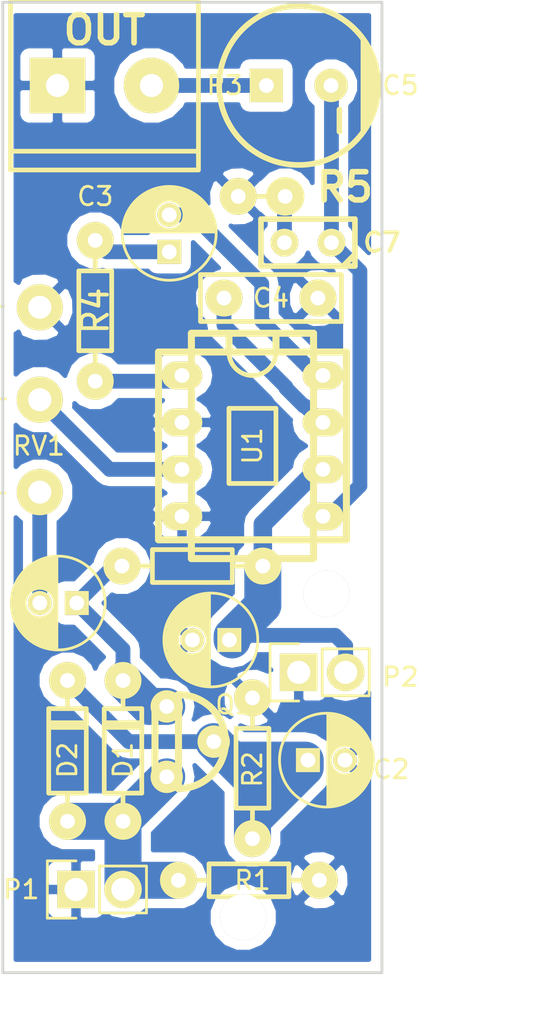
<source format=kicad_pcb>
(kicad_pcb (version 4) (host pcbnew 0.201603131216+6619~43~ubuntu14.04.1-product)

  (general
    (links 34)
    (no_connects 0)
    (area 100.073142 24.800999 142.333334 82.700001)
    (thickness 1.6)
    (drawings 6)
    (tracks 73)
    (zones 0)
    (modules 22)
    (nets 15)
  )

  (page A4)
  (layers
    (0 F.Cu signal hide)
    (31 B.Cu signal hide)
    (32 B.Adhes user)
    (33 F.Adhes user)
    (34 B.Paste user)
    (35 F.Paste user)
    (36 B.SilkS user)
    (37 F.SilkS user)
    (38 B.Mask user)
    (39 F.Mask user)
    (40 Dwgs.User user)
    (41 Cmts.User user)
    (42 Eco1.User user)
    (43 Eco2.User user)
    (44 Edge.Cuts user)
    (45 Margin user)
    (46 B.CrtYd user)
    (47 F.CrtYd user)
    (48 B.Fab user)
    (49 F.Fab user)
  )

  (setup
    (last_trace_width 0.8)
    (user_trace_width 0.25)
    (user_trace_width 0.5)
    (user_trace_width 0.8)
    (user_trace_width 1)
    (user_trace_width 2)
    (trace_clearance 0.5)
    (zone_clearance 0.508)
    (zone_45_only no)
    (trace_min 0.2)
    (segment_width 0.2)
    (edge_width 0.15)
    (via_size 0.6)
    (via_drill 0.4)
    (via_min_size 0.4)
    (via_min_drill 0.3)
    (uvia_size 0.3)
    (uvia_drill 0.1)
    (uvias_allowed no)
    (uvia_min_size 0.2)
    (uvia_min_drill 0.1)
    (pcb_text_width 0.3)
    (pcb_text_size 1 1)
    (mod_edge_width 0.15)
    (mod_text_size 1 1)
    (mod_text_width 0.15)
    (pad_size 2.5 2.5)
    (pad_drill 2.5)
    (pad_to_mask_clearance 0.2)
    (aux_axis_origin 0 0)
    (visible_elements FFFFEF7F)
    (pcbplotparams
      (layerselection 0x01000_fffffffe)
      (usegerberextensions false)
      (excludeedgelayer true)
      (linewidth 0.100000)
      (plotframeref false)
      (viasonmask false)
      (mode 1)
      (useauxorigin false)
      (hpglpennumber 1)
      (hpglpenspeed 20)
      (hpglpendiameter 15)
      (psnegative false)
      (psa4output false)
      (plotreference true)
      (plotvalue true)
      (plotinvisibletext false)
      (padsonsilk false)
      (subtractmaskfromsilk false)
      (outputformat 1)
      (mirror false)
      (drillshape 0)
      (scaleselection 1)
      (outputdirectory ""))
  )

  (net 0 "")
  (net 1 "Net-(C1-Pad1)")
  (net 2 "Net-(C1-Pad2)")
  (net 3 "Net-(C2-Pad1)")
  (net 4 "Net-(D1-Pad1)")
  (net 5 GND)
  (net 6 "Net-(C3-Pad1)")
  (net 7 "Net-(C3-Pad2)")
  (net 8 "Net-(C4-Pad1)")
  (net 9 "Net-(C5-Pad1)")
  (net 10 "Net-(C5-Pad2)")
  (net 11 VCC)
  (net 12 "Net-(RV1-Pad2)")
  (net 13 "Net-(R4-Pad1)")
  (net 14 "Net-(C7-Pad2)")

  (net_class Default "This is the default net class."
    (clearance 0.5)
    (trace_width 0.8)
    (via_dia 0.6)
    (via_drill 0.4)
    (uvia_dia 0.3)
    (uvia_drill 0.1)
    (add_net GND)
    (add_net "Net-(C1-Pad1)")
    (add_net "Net-(C1-Pad2)")
    (add_net "Net-(C2-Pad1)")
    (add_net "Net-(C3-Pad1)")
    (add_net "Net-(C3-Pad2)")
    (add_net "Net-(C4-Pad1)")
    (add_net "Net-(C5-Pad1)")
    (add_net "Net-(C5-Pad2)")
    (add_net "Net-(C7-Pad2)")
    (add_net "Net-(D1-Pad1)")
    (add_net "Net-(R4-Pad1)")
    (add_net "Net-(RV1-Pad2)")
    (add_net VCC)
  )

  (module w_pth_resistors:RC03 (layer F.Cu) (tedit 56E96FE9) (tstamp 56DFDD40)
    (at 123.31 73)
    (descr "Resistor, RC03")
    (tags R)
    (path /56DFC565)
    (autoplace_cost180 10)
    (fp_text reference R1 (at 0.19 0) (layer F.SilkS)
      (effects (font (size 1 1) (thickness 0.15)))
    )
    (fp_text value 3.9M (at 7.69 0) (layer F.Fab)
      (effects (font (size 1.397 1.27) (thickness 0.2032)))
    )
    (fp_line (start 2.159 0) (end 3.81 0) (layer F.SilkS) (width 0.254))
    (fp_line (start -2.159 0) (end -3.81 0) (layer F.SilkS) (width 0.254))
    (fp_line (start -2.159 -0.889) (end -2.159 0.889) (layer F.SilkS) (width 0.254))
    (fp_line (start -2.159 0.889) (end 2.159 0.889) (layer F.SilkS) (width 0.254))
    (fp_line (start 2.159 0.889) (end 2.159 -0.889) (layer F.SilkS) (width 0.254))
    (fp_line (start 2.159 -0.889) (end -2.159 -0.889) (layer F.SilkS) (width 0.254))
    (pad 1 thru_hole circle (at -3.81 0) (size 1.99898 1.99898) (drill 0.8) (layers *.Cu *.Mask F.SilkS)
      (net 4 "Net-(D1-Pad1)"))
    (pad 2 thru_hole circle (at 3.81 0) (size 1.99898 1.99898) (drill 0.8) (layers *.Cu *.Mask F.SilkS)
      (net 5 GND))
    (model walter/pth_resistors/rc03.wrl
      (at (xyz 0 0 0))
      (scale (xyz 1 1 1))
      (rotate (xyz 0 0 0))
    )
  )

  (module w_pth_resistors:RC03 (layer F.Cu) (tedit 56E96FD1) (tstamp 56DFDD5C)
    (at 120.25 56)
    (descr "Resistor, RC03")
    (tags R)
    (path /56DFD268)
    (autoplace_cost180 10)
    (fp_text reference R3 (at -11.75 0) (layer F.SilkS)
      (effects (font (size 1.397 1.27) (thickness 0.2032)))
    )
    (fp_text value 3.9k (at -15.25 0) (layer F.Fab)
      (effects (font (size 1.397 1.27) (thickness 0.2032)))
    )
    (fp_line (start 2.159 0) (end 3.81 0) (layer F.SilkS) (width 0.254))
    (fp_line (start -2.159 0) (end -3.81 0) (layer F.SilkS) (width 0.254))
    (fp_line (start -2.159 -0.889) (end -2.159 0.889) (layer F.SilkS) (width 0.254))
    (fp_line (start -2.159 0.889) (end 2.159 0.889) (layer F.SilkS) (width 0.254))
    (fp_line (start 2.159 0.889) (end 2.159 -0.889) (layer F.SilkS) (width 0.254))
    (fp_line (start 2.159 -0.889) (end -2.159 -0.889) (layer F.SilkS) (width 0.254))
    (pad 1 thru_hole circle (at -3.81 0) (size 1.99898 1.99898) (drill 0.8) (layers *.Cu *.Mask F.SilkS)
      (net 1 "Net-(C1-Pad1)"))
    (pad 2 thru_hole circle (at 3.81 0) (size 1.99898 1.99898) (drill 0.8) (layers *.Cu *.Mask F.SilkS)
      (net 11 VCC))
    (model walter/pth_resistors/rc03.wrl
      (at (xyz 0 0 0))
      (scale (xyz 1 1 1))
      (rotate (xyz 0 0 0))
    )
  )

  (module w_pth_resistors:RC03 (layer F.Cu) (tedit 56E96F94) (tstamp 56DFDD4E)
    (at 123.5 66.94 90)
    (descr "Resistor, RC03")
    (tags R)
    (path /56DFC541)
    (autoplace_cost180 10)
    (fp_text reference R2 (at -0.06 0 90) (layer F.SilkS)
      (effects (font (size 1 1) (thickness 0.15)))
    )
    (fp_text value 3.9k (at -2.56 -2 90) (layer F.Fab)
      (effects (font (size 1.397 1.27) (thickness 0.2032)))
    )
    (fp_line (start 2.159 0) (end 3.81 0) (layer F.SilkS) (width 0.254))
    (fp_line (start -2.159 0) (end -3.81 0) (layer F.SilkS) (width 0.254))
    (fp_line (start -2.159 -0.889) (end -2.159 0.889) (layer F.SilkS) (width 0.254))
    (fp_line (start -2.159 0.889) (end 2.159 0.889) (layer F.SilkS) (width 0.254))
    (fp_line (start 2.159 0.889) (end 2.159 -0.889) (layer F.SilkS) (width 0.254))
    (fp_line (start 2.159 -0.889) (end -2.159 -0.889) (layer F.SilkS) (width 0.254))
    (pad 1 thru_hole circle (at -3.81 0 90) (size 1.99898 1.99898) (drill 0.8) (layers *.Cu *.Mask F.SilkS)
      (net 3 "Net-(C2-Pad1)"))
    (pad 2 thru_hole circle (at 3.81 0 90) (size 1.99898 1.99898) (drill 0.8) (layers *.Cu *.Mask F.SilkS)
      (net 5 GND))
    (model walter/pth_resistors/rc03.wrl
      (at (xyz 0 0 0))
      (scale (xyz 1 1 1))
      (rotate (xyz 0 0 0))
    )
  )

  (module w_pth_resistors:RC03 (layer F.Cu) (tedit 56E96F0C) (tstamp 56E16A78)
    (at 115 42.19 90)
    (descr "Resistor, RC03")
    (tags R)
    (path /56E16B62)
    (autoplace_cost180 10)
    (fp_text reference R4 (at 0 0 90) (layer F.SilkS)
      (effects (font (size 1.397 1.27) (thickness 0.2032)))
    )
    (fp_text value 0 (at 0.19 2 90) (layer F.Fab)
      (effects (font (size 1.397 1.27) (thickness 0.2032)))
    )
    (fp_line (start 2.159 0) (end 3.81 0) (layer F.SilkS) (width 0.254))
    (fp_line (start -2.159 0) (end -3.81 0) (layer F.SilkS) (width 0.254))
    (fp_line (start -2.159 -0.889) (end -2.159 0.889) (layer F.SilkS) (width 0.254))
    (fp_line (start -2.159 0.889) (end 2.159 0.889) (layer F.SilkS) (width 0.254))
    (fp_line (start 2.159 0.889) (end 2.159 -0.889) (layer F.SilkS) (width 0.254))
    (fp_line (start 2.159 -0.889) (end -2.159 -0.889) (layer F.SilkS) (width 0.254))
    (pad 1 thru_hole circle (at -3.81 0 90) (size 1.99898 1.99898) (drill 0.8) (layers *.Cu *.Mask F.SilkS)
      (net 13 "Net-(R4-Pad1)"))
    (pad 2 thru_hole circle (at 3.81 0 90) (size 1.99898 1.99898) (drill 0.8) (layers *.Cu *.Mask F.SilkS)
      (net 6 "Net-(C3-Pad1)"))
    (model walter/pth_resistors/rc03.wrl
      (at (xyz 0 0 0))
      (scale (xyz 1 1 1))
      (rotate (xyz 0 0 0))
    )
  )

  (module w_capacitors:cnp_3mm_disc (layer F.Cu) (tedit 56E96EE3) (tstamp 56E1807F)
    (at 126.5 38.5 180)
    (descr "Small ceramic capacitor")
    (tags C)
    (path /56E18250)
    (fp_text reference C7 (at -4 0 180) (layer F.SilkS)
      (effects (font (size 1.016 1.016) (thickness 0.2032)))
    )
    (fp_text value 0.05u (at -7.5 0 180) (layer F.Fab)
      (effects (font (size 1.016 1.016) (thickness 0.2032)))
    )
    (fp_line (start -2.4892 -1.27) (end 2.54 -1.27) (layer F.SilkS) (width 0.3048))
    (fp_line (start 2.54 -1.27) (end 2.54 1.27) (layer F.SilkS) (width 0.3048))
    (fp_line (start 2.54 1.27) (end -2.54 1.27) (layer F.SilkS) (width 0.3048))
    (fp_line (start -2.54 1.27) (end -2.54 -1.27) (layer F.SilkS) (width 0.3048))
    (fp_line (start -2.54 -0.635) (end -1.905 -1.27) (layer F.SilkS) (width 0.3048))
    (pad 1 thru_hole circle (at -1.27 0 180) (size 1.50114 1.50114) (drill 0.8) (layers *.Cu *.Mask F.SilkS)
      (net 10 "Net-(C5-Pad2)"))
    (pad 2 thru_hole circle (at 1.27 0 180) (size 1.50114 1.50114) (drill 0.8) (layers *.Cu *.Mask F.SilkS)
      (net 14 "Net-(C7-Pad2)"))
    (model walter/capacitors/cnp_3mm_disc.wrl
      (at (xyz 0 0 0))
      (scale (xyz 1 1 1))
      (rotate (xyz 0 0 0))
    )
  )

  (module w_pth_circuits:dil_8-300_socket (layer F.Cu) (tedit 56E96F84) (tstamp 56E034BF)
    (at 123.5 49.5 270)
    (descr "IC, DIL8 x 0,3\", with socket")
    (tags DIL)
    (path /56E03595)
    (fp_text reference U1 (at 0 0 270) (layer F.SilkS)
      (effects (font (size 1 1) (thickness 0.15)))
    )
    (fp_text value LM386 (at -0.5 -8.5 270) (layer F.Fab) hide
      (effects (font (size 1.524 1.143) (thickness 0.28575)))
    )
    (fp_line (start 2.032 1.27) (end -2.032 1.27) (layer F.SilkS) (width 0.254))
    (fp_line (start -2.032 -1.27) (end 2.032 -1.27) (layer F.SilkS) (width 0.254))
    (fp_line (start 5.08 5.08) (end -5.08 5.08) (layer F.SilkS) (width 0.381))
    (fp_line (start -6.096 3.302) (end 6.096 3.302) (layer F.SilkS) (width 0.381))
    (fp_line (start 5.08 -5.08) (end -5.08 -5.08) (layer F.SilkS) (width 0.381))
    (fp_line (start -6.096 -3.302) (end 6.096 -3.302) (layer F.SilkS) (width 0.381))
    (fp_arc (start -5.08 0) (end -5.08 -1.27) (angle 90) (layer F.SilkS) (width 0.254))
    (fp_arc (start -5.08 0) (end -3.81 0) (angle 90) (layer F.SilkS) (width 0.254))
    (fp_line (start -5.08 1.27) (end -6.096 1.27) (layer F.SilkS) (width 0.381))
    (fp_line (start -5.08 -1.27) (end -6.096 -1.27) (layer F.SilkS) (width 0.381))
    (fp_line (start -2.032 -1.27) (end -2.032 1.27) (layer F.SilkS) (width 0.254))
    (fp_line (start 2.032 1.27) (end 2.032 -1.27) (layer F.SilkS) (width 0.254))
    (fp_line (start 5.08 -5.08) (end 5.08 5.08) (layer F.SilkS) (width 0.381))
    (fp_line (start -5.08 5.08) (end -5.08 -5.08) (layer F.SilkS) (width 0.381))
    (fp_line (start 6.096 -3.302) (end 6.096 3.302) (layer F.SilkS) (width 0.381))
    (fp_line (start -6.096 3.302) (end -6.096 -3.302) (layer F.SilkS) (width 0.381))
    (pad 1 thru_hole oval (at -3.81 3.81 270) (size 1.50114 2.19964) (drill 0.8) (layers *.Cu *.Mask F.SilkS)
      (net 13 "Net-(R4-Pad1)"))
    (pad 2 thru_hole oval (at -1.27 3.81 270) (size 1.50114 2.19964) (drill 0.8) (layers *.Cu *.Mask F.SilkS)
      (net 5 GND))
    (pad 3 thru_hole oval (at 1.27 3.81 270) (size 1.50114 2.19964) (drill 0.8) (layers *.Cu *.Mask F.SilkS)
      (net 12 "Net-(RV1-Pad2)"))
    (pad 4 thru_hole oval (at 3.81 3.81 270) (size 1.50114 2.19964) (drill 0.8) (layers *.Cu *.Mask F.SilkS)
      (net 5 GND))
    (pad 5 thru_hole oval (at 3.81 -3.81 270) (size 1.50114 2.19964) (drill 0.8) (layers *.Cu *.Mask F.SilkS)
      (net 10 "Net-(C5-Pad2)"))
    (pad 6 thru_hole oval (at 1.27 -3.81 270) (size 1.50114 2.19964) (drill 0.8) (layers *.Cu *.Mask F.SilkS)
      (net 11 VCC))
    (pad 7 thru_hole oval (at -1.27 -3.81 270) (size 1.50114 2.19964) (drill 0.8) (layers *.Cu *.Mask F.SilkS)
      (net 8 "Net-(C4-Pad1)"))
    (pad 8 thru_hole oval (at -3.81 -3.81 270) (size 1.50114 2.19964) (drill 0.8) (layers *.Cu *.Mask F.SilkS)
      (net 7 "Net-(C3-Pad2)"))
    (model walter/pth_circuits/dil_8-300_socket.wrl
      (at (xyz 0 0 0))
      (scale (xyz 1 1 1))
      (rotate (xyz 0 0 0))
    )
  )

  (module Mounting_Holes:MountingHole_2.5mm (layer F.Cu) (tedit 56E6A617) (tstamp 56E07A7F)
    (at 123 75)
    (descr "Mounting Hole 2.5mm, no annular")
    (tags "mounting hole 2.5mm no annular")
    (fp_text reference REF** (at 0 -3.5) (layer F.SilkS) hide
      (effects (font (size 1 1) (thickness 0.15)))
    )
    (fp_text value MountingHole_2.5mm (at 0 3.5) (layer F.Fab) hide
      (effects (font (size 1 1) (thickness 0.15)))
    )
    (fp_circle (center 0 0) (end 2.5 0) (layer Cmts.User) (width 0.15))
    (fp_circle (center 0 0) (end 2.75 0) (layer F.CrtYd) (width 0.05))
    (pad 1 thru_hole circle (at 0 0) (size 2.5 2.5) (drill 2.5) (layers *.Cu *.Mask F.SilkS))
  )

  (module w_pth_diodes:diode_do35 (layer F.Cu) (tedit 56E96F80) (tstamp 56DFDCE0)
    (at 116.5 66 90)
    (descr "Diode, DO-35 package")
    (path /56DFC3F2)
    (fp_text reference D1 (at -0.5 0 90) (layer F.SilkS)
      (effects (font (size 1 1) (thickness 0.15)))
    )
    (fp_text value D (at 0 -2.54 90) (layer F.SilkS) hide
      (effects (font (thickness 0.3048)))
    )
    (fp_line (start 1.524 1.016) (end 1.524 -1.016) (layer F.SilkS) (width 0.254))
    (fp_line (start 1.27 -1.016) (end 1.27 1.016) (layer F.SilkS) (width 0.254))
    (fp_line (start 3.81 0) (end 2.286 0) (layer F.SilkS) (width 0.254))
    (fp_line (start -2.286 0) (end -3.81 0) (layer F.SilkS) (width 0.254))
    (fp_line (start -2.286 -1.016) (end 2.286 -1.016) (layer F.SilkS) (width 0.254))
    (fp_line (start 2.286 -1.016) (end 2.286 1.016) (layer F.SilkS) (width 0.254))
    (fp_line (start 2.286 1.016) (end -2.286 1.016) (layer F.SilkS) (width 0.254))
    (fp_line (start -2.286 1.016) (end -2.286 -1.016) (layer F.SilkS) (width 0.254))
    (pad 1 thru_hole circle (at -3.81 0 90) (size 1.99898 1.99898) (drill 0.8) (layers *.Cu *.Mask F.SilkS)
      (net 4 "Net-(D1-Pad1)"))
    (pad 2 thru_hole circle (at 3.81 0 90) (size 1.99898 1.99898) (drill 0.8) (layers *.Cu *.Mask F.SilkS)
      (net 1 "Net-(C1-Pad1)"))
    (model walter/pth_diodes/diode_do35.wrl
      (at (xyz 0 0 0))
      (scale (xyz 1 1 1))
      (rotate (xyz 0 0 0))
    )
  )

  (module w_to:to92_3 (layer F.Cu) (tedit 56E96F79) (tstamp 56DFDD32)
    (at 119.5 65.5 270)
    (descr TO92)
    (path /56DFC3B4)
    (fp_text reference Q1 (at -2 -3 360) (layer F.SilkS)
      (effects (font (size 1 1) (thickness 0.15)))
    )
    (fp_text value 2N3819 (at 0 14.5 360) (layer F.SilkS) hide
      (effects (font (thickness 0.3048)))
    )
    (fp_line (start 2.54 0) (end -2.54 0) (layer F.SilkS) (width 0.381))
    (fp_line (start 2.54 0) (end 1.905 1.27) (layer F.SilkS) (width 0.381))
    (fp_line (start 1.905 1.27) (end -1.905 1.27) (layer F.SilkS) (width 0.381))
    (fp_line (start -1.905 1.27) (end -2.54 0) (layer F.SilkS) (width 0.381))
    (fp_arc (start 0 0) (end 0 -2.54) (angle 90) (layer F.SilkS) (width 0.381))
    (fp_arc (start 0 0) (end -2.54 0) (angle 90) (layer F.SilkS) (width 0.381))
    (pad 3 thru_hole circle (at 1.905 0.635 270) (size 1.75006 1.75006) (drill 0.8) (layers *.Cu *.Mask F.SilkS)
      (net 4 "Net-(D1-Pad1)"))
    (pad 2 thru_hole circle (at 0 -1.905 270) (size 1.75006 1.75006) (drill 0.8) (layers *.Cu *.Mask F.SilkS)
      (net 3 "Net-(C2-Pad1)"))
    (pad 1 thru_hole circle (at -1.905 0.635 270) (size 1.75006 1.75006) (drill 0.8) (layers *.Cu *.Mask F.SilkS)
      (net 1 "Net-(C1-Pad1)"))
    (model walter/to/to92_3.wrl
      (at (xyz 0 0 0))
      (scale (xyz 1 1 1))
      (rotate (xyz 0 0 0))
    )
  )

  (module Capacitors_ThroughHole:C_Radial_D5_L11_P2 (layer F.Cu) (tedit 0) (tstamp 56DFDCAA)
    (at 114 58 180)
    (descr "Radial Electrolytic Capacitor 5mm x Length 11mm, Pitch 2mm")
    (tags "Electrolytic Capacitor")
    (path /56DFCF96)
    (fp_text reference C1 (at 5.5 0.5 180) (layer F.SilkS)
      (effects (font (size 1 1) (thickness 0.15)))
    )
    (fp_text value 4.7u (at 8.5 0.5 180) (layer F.Fab)
      (effects (font (size 1 1) (thickness 0.15)))
    )
    (fp_line (start 1.075 -2.499) (end 1.075 2.499) (layer F.SilkS) (width 0.15))
    (fp_line (start 1.215 -2.491) (end 1.215 -0.154) (layer F.SilkS) (width 0.15))
    (fp_line (start 1.215 0.154) (end 1.215 2.491) (layer F.SilkS) (width 0.15))
    (fp_line (start 1.355 -2.475) (end 1.355 -0.473) (layer F.SilkS) (width 0.15))
    (fp_line (start 1.355 0.473) (end 1.355 2.475) (layer F.SilkS) (width 0.15))
    (fp_line (start 1.495 -2.451) (end 1.495 -0.62) (layer F.SilkS) (width 0.15))
    (fp_line (start 1.495 0.62) (end 1.495 2.451) (layer F.SilkS) (width 0.15))
    (fp_line (start 1.635 -2.418) (end 1.635 -0.712) (layer F.SilkS) (width 0.15))
    (fp_line (start 1.635 0.712) (end 1.635 2.418) (layer F.SilkS) (width 0.15))
    (fp_line (start 1.775 -2.377) (end 1.775 -0.768) (layer F.SilkS) (width 0.15))
    (fp_line (start 1.775 0.768) (end 1.775 2.377) (layer F.SilkS) (width 0.15))
    (fp_line (start 1.915 -2.327) (end 1.915 -0.795) (layer F.SilkS) (width 0.15))
    (fp_line (start 1.915 0.795) (end 1.915 2.327) (layer F.SilkS) (width 0.15))
    (fp_line (start 2.055 -2.266) (end 2.055 -0.798) (layer F.SilkS) (width 0.15))
    (fp_line (start 2.055 0.798) (end 2.055 2.266) (layer F.SilkS) (width 0.15))
    (fp_line (start 2.195 -2.196) (end 2.195 -0.776) (layer F.SilkS) (width 0.15))
    (fp_line (start 2.195 0.776) (end 2.195 2.196) (layer F.SilkS) (width 0.15))
    (fp_line (start 2.335 -2.114) (end 2.335 -0.726) (layer F.SilkS) (width 0.15))
    (fp_line (start 2.335 0.726) (end 2.335 2.114) (layer F.SilkS) (width 0.15))
    (fp_line (start 2.475 -2.019) (end 2.475 -0.644) (layer F.SilkS) (width 0.15))
    (fp_line (start 2.475 0.644) (end 2.475 2.019) (layer F.SilkS) (width 0.15))
    (fp_line (start 2.615 -1.908) (end 2.615 -0.512) (layer F.SilkS) (width 0.15))
    (fp_line (start 2.615 0.512) (end 2.615 1.908) (layer F.SilkS) (width 0.15))
    (fp_line (start 2.755 -1.78) (end 2.755 -0.265) (layer F.SilkS) (width 0.15))
    (fp_line (start 2.755 0.265) (end 2.755 1.78) (layer F.SilkS) (width 0.15))
    (fp_line (start 2.895 -1.631) (end 2.895 1.631) (layer F.SilkS) (width 0.15))
    (fp_line (start 3.035 -1.452) (end 3.035 1.452) (layer F.SilkS) (width 0.15))
    (fp_line (start 3.175 -1.233) (end 3.175 1.233) (layer F.SilkS) (width 0.15))
    (fp_line (start 3.315 -0.944) (end 3.315 0.944) (layer F.SilkS) (width 0.15))
    (fp_line (start 3.455 -0.472) (end 3.455 0.472) (layer F.SilkS) (width 0.15))
    (fp_circle (center 2 0) (end 2 -0.8) (layer F.SilkS) (width 0.15))
    (fp_circle (center 1 0) (end 1 -2.5375) (layer F.SilkS) (width 0.15))
    (fp_circle (center 1 0) (end 1 -2.8) (layer F.CrtYd) (width 0.05))
    (pad 1 thru_hole rect (at 0 0 180) (size 1.3 1.3) (drill 0.8) (layers *.Cu *.Mask F.SilkS)
      (net 1 "Net-(C1-Pad1)"))
    (pad 2 thru_hole circle (at 2 0 180) (size 1.3 1.3) (drill 0.8) (layers *.Cu *.Mask F.SilkS)
      (net 2 "Net-(C1-Pad2)"))
    (model Capacitors_ThroughHole.3dshapes/C_Radial_D5_L11_P2.wrl
      (at (xyz 0 0 0))
      (scale (xyz 1 1 1))
      (rotate (xyz 0 0 0))
    )
  )

  (module Capacitors_ThroughHole:C_Radial_D5_L11_P2 (layer F.Cu) (tedit 0) (tstamp 56DFDCD1)
    (at 126.5 66.5)
    (descr "Radial Electrolytic Capacitor 5mm x Length 11mm, Pitch 2mm")
    (tags "Electrolytic Capacitor")
    (path /56DFC591)
    (fp_text reference C2 (at 4.5 0.5) (layer F.SilkS)
      (effects (font (size 1 1) (thickness 0.15)))
    )
    (fp_text value 22u (at 7.5 0.5) (layer F.Fab)
      (effects (font (size 1 1) (thickness 0.15)))
    )
    (fp_line (start 1.075 -2.499) (end 1.075 2.499) (layer F.SilkS) (width 0.15))
    (fp_line (start 1.215 -2.491) (end 1.215 -0.154) (layer F.SilkS) (width 0.15))
    (fp_line (start 1.215 0.154) (end 1.215 2.491) (layer F.SilkS) (width 0.15))
    (fp_line (start 1.355 -2.475) (end 1.355 -0.473) (layer F.SilkS) (width 0.15))
    (fp_line (start 1.355 0.473) (end 1.355 2.475) (layer F.SilkS) (width 0.15))
    (fp_line (start 1.495 -2.451) (end 1.495 -0.62) (layer F.SilkS) (width 0.15))
    (fp_line (start 1.495 0.62) (end 1.495 2.451) (layer F.SilkS) (width 0.15))
    (fp_line (start 1.635 -2.418) (end 1.635 -0.712) (layer F.SilkS) (width 0.15))
    (fp_line (start 1.635 0.712) (end 1.635 2.418) (layer F.SilkS) (width 0.15))
    (fp_line (start 1.775 -2.377) (end 1.775 -0.768) (layer F.SilkS) (width 0.15))
    (fp_line (start 1.775 0.768) (end 1.775 2.377) (layer F.SilkS) (width 0.15))
    (fp_line (start 1.915 -2.327) (end 1.915 -0.795) (layer F.SilkS) (width 0.15))
    (fp_line (start 1.915 0.795) (end 1.915 2.327) (layer F.SilkS) (width 0.15))
    (fp_line (start 2.055 -2.266) (end 2.055 -0.798) (layer F.SilkS) (width 0.15))
    (fp_line (start 2.055 0.798) (end 2.055 2.266) (layer F.SilkS) (width 0.15))
    (fp_line (start 2.195 -2.196) (end 2.195 -0.776) (layer F.SilkS) (width 0.15))
    (fp_line (start 2.195 0.776) (end 2.195 2.196) (layer F.SilkS) (width 0.15))
    (fp_line (start 2.335 -2.114) (end 2.335 -0.726) (layer F.SilkS) (width 0.15))
    (fp_line (start 2.335 0.726) (end 2.335 2.114) (layer F.SilkS) (width 0.15))
    (fp_line (start 2.475 -2.019) (end 2.475 -0.644) (layer F.SilkS) (width 0.15))
    (fp_line (start 2.475 0.644) (end 2.475 2.019) (layer F.SilkS) (width 0.15))
    (fp_line (start 2.615 -1.908) (end 2.615 -0.512) (layer F.SilkS) (width 0.15))
    (fp_line (start 2.615 0.512) (end 2.615 1.908) (layer F.SilkS) (width 0.15))
    (fp_line (start 2.755 -1.78) (end 2.755 -0.265) (layer F.SilkS) (width 0.15))
    (fp_line (start 2.755 0.265) (end 2.755 1.78) (layer F.SilkS) (width 0.15))
    (fp_line (start 2.895 -1.631) (end 2.895 1.631) (layer F.SilkS) (width 0.15))
    (fp_line (start 3.035 -1.452) (end 3.035 1.452) (layer F.SilkS) (width 0.15))
    (fp_line (start 3.175 -1.233) (end 3.175 1.233) (layer F.SilkS) (width 0.15))
    (fp_line (start 3.315 -0.944) (end 3.315 0.944) (layer F.SilkS) (width 0.15))
    (fp_line (start 3.455 -0.472) (end 3.455 0.472) (layer F.SilkS) (width 0.15))
    (fp_circle (center 2 0) (end 2 -0.8) (layer F.SilkS) (width 0.15))
    (fp_circle (center 1 0) (end 1 -2.5375) (layer F.SilkS) (width 0.15))
    (fp_circle (center 1 0) (end 1 -2.8) (layer F.CrtYd) (width 0.05))
    (pad 1 thru_hole rect (at 0 0) (size 1.3 1.3) (drill 0.8) (layers *.Cu *.Mask F.SilkS)
      (net 3 "Net-(C2-Pad1)"))
    (pad 2 thru_hole circle (at 2 0) (size 1.3 1.3) (drill 0.8) (layers *.Cu *.Mask F.SilkS)
      (net 5 GND))
    (model Capacitors_ThroughHole.3dshapes/C_Radial_D5_L11_P2.wrl
      (at (xyz 0 0 0))
      (scale (xyz 1 1 1))
      (rotate (xyz 0 0 0))
    )
  )

  (module Pin_Headers:Pin_Header_Straight_1x02 (layer F.Cu) (tedit 56E1A1DD) (tstamp 56DFDD00)
    (at 113.96 73.5 90)
    (descr "Through hole pin header")
    (tags "pin header")
    (path /56DFC4A3)
    (fp_text reference P1 (at 0 -2.96 180) (layer F.SilkS)
      (effects (font (size 1 1) (thickness 0.15)))
    )
    (fp_text value PIEZO (at -3 1.04 180) (layer F.Fab)
      (effects (font (size 1 1) (thickness 0.15)))
    )
    (fp_line (start 1.27 1.27) (end 1.27 3.81) (layer F.SilkS) (width 0.15))
    (fp_line (start 1.55 -1.55) (end 1.55 0) (layer F.SilkS) (width 0.15))
    (fp_line (start -1.75 -1.75) (end -1.75 4.3) (layer F.CrtYd) (width 0.05))
    (fp_line (start 1.75 -1.75) (end 1.75 4.3) (layer F.CrtYd) (width 0.05))
    (fp_line (start -1.75 -1.75) (end 1.75 -1.75) (layer F.CrtYd) (width 0.05))
    (fp_line (start -1.75 4.3) (end 1.75 4.3) (layer F.CrtYd) (width 0.05))
    (fp_line (start 1.27 1.27) (end -1.27 1.27) (layer F.SilkS) (width 0.15))
    (fp_line (start -1.55 0) (end -1.55 -1.55) (layer F.SilkS) (width 0.15))
    (fp_line (start -1.55 -1.55) (end 1.55 -1.55) (layer F.SilkS) (width 0.15))
    (fp_line (start -1.27 1.27) (end -1.27 3.81) (layer F.SilkS) (width 0.15))
    (fp_line (start -1.27 3.81) (end 1.27 3.81) (layer F.SilkS) (width 0.15))
    (pad 1 thru_hole rect (at 0 0 90) (size 2.032 2.032) (drill 1.25) (layers *.Cu *.Mask F.SilkS)
      (net 5 GND))
    (pad 2 thru_hole oval (at 0 2.54 90) (size 2.032 2.032) (drill 1.25) (layers *.Cu *.Mask F.SilkS)
      (net 4 "Net-(D1-Pad1)"))
    (model Pin_Headers.3dshapes/Pin_Header_Straight_1x02.wrl
      (at (xyz 0 -0.05 0))
      (scale (xyz 1 1 1))
      (rotate (xyz 0 0 90))
    )
  )

  (module Pin_Headers:Pin_Header_Straight_1x02 (layer F.Cu) (tedit 56E1A1CD) (tstamp 56DFDD11)
    (at 126 61.75 90)
    (descr "Through hole pin header")
    (tags "pin header")
    (path /56DFCDCF)
    (fp_text reference P2 (at -0.25 5.5 180) (layer F.SilkS)
      (effects (font (size 1 1) (thickness 0.15)))
    )
    (fp_text value BATTERY (at -0.25 10.5 180) (layer F.Fab)
      (effects (font (size 1 1) (thickness 0.15)))
    )
    (fp_line (start 1.27 1.27) (end 1.27 3.81) (layer F.SilkS) (width 0.15))
    (fp_line (start 1.55 -1.55) (end 1.55 0) (layer F.SilkS) (width 0.15))
    (fp_line (start -1.75 -1.75) (end -1.75 4.3) (layer F.CrtYd) (width 0.05))
    (fp_line (start 1.75 -1.75) (end 1.75 4.3) (layer F.CrtYd) (width 0.05))
    (fp_line (start -1.75 -1.75) (end 1.75 -1.75) (layer F.CrtYd) (width 0.05))
    (fp_line (start -1.75 4.3) (end 1.75 4.3) (layer F.CrtYd) (width 0.05))
    (fp_line (start 1.27 1.27) (end -1.27 1.27) (layer F.SilkS) (width 0.15))
    (fp_line (start -1.55 0) (end -1.55 -1.55) (layer F.SilkS) (width 0.15))
    (fp_line (start -1.55 -1.55) (end 1.55 -1.55) (layer F.SilkS) (width 0.15))
    (fp_line (start -1.27 1.27) (end -1.27 3.81) (layer F.SilkS) (width 0.15))
    (fp_line (start -1.27 3.81) (end 1.27 3.81) (layer F.SilkS) (width 0.15))
    (pad 1 thru_hole rect (at 0 0 90) (size 2.032 2.032) (drill 1.25) (layers *.Cu *.Mask F.SilkS)
      (net 5 GND))
    (pad 2 thru_hole oval (at 0 2.54 90) (size 2.032 2.032) (drill 1.25) (layers *.Cu *.Mask F.SilkS)
      (net 11 VCC))
    (model Pin_Headers.3dshapes/Pin_Header_Straight_1x02.wrl
      (at (xyz 0 -0.05 0))
      (scale (xyz 1 1 1))
      (rotate (xyz 0 0 90))
    )
  )

  (module w_pth_diodes:diode_do35 (layer F.Cu) (tedit 56E96F7C) (tstamp 56DFDCEF)
    (at 113.5 66 90)
    (descr "Diode, DO-35 package")
    (path /56DFC45E)
    (fp_text reference D2 (at -0.5 0 90) (layer F.SilkS)
      (effects (font (size 1 1) (thickness 0.15)))
    )
    (fp_text value D (at 0 -2.54 90) (layer F.SilkS) hide
      (effects (font (thickness 0.3048)))
    )
    (fp_line (start 1.524 1.016) (end 1.524 -1.016) (layer F.SilkS) (width 0.254))
    (fp_line (start 1.27 -1.016) (end 1.27 1.016) (layer F.SilkS) (width 0.254))
    (fp_line (start 3.81 0) (end 2.286 0) (layer F.SilkS) (width 0.254))
    (fp_line (start -2.286 0) (end -3.81 0) (layer F.SilkS) (width 0.254))
    (fp_line (start -2.286 -1.016) (end 2.286 -1.016) (layer F.SilkS) (width 0.254))
    (fp_line (start 2.286 -1.016) (end 2.286 1.016) (layer F.SilkS) (width 0.254))
    (fp_line (start 2.286 1.016) (end -2.286 1.016) (layer F.SilkS) (width 0.254))
    (fp_line (start -2.286 1.016) (end -2.286 -1.016) (layer F.SilkS) (width 0.254))
    (pad 1 thru_hole circle (at -3.81 0 90) (size 1.99898 1.99898) (drill 0.8) (layers *.Cu *.Mask F.SilkS)
      (net 4 "Net-(D1-Pad1)"))
    (pad 2 thru_hole circle (at 3.81 0 90) (size 1.99898 1.99898) (drill 0.8) (layers *.Cu *.Mask F.SilkS)
      (net 3 "Net-(C2-Pad1)"))
    (model walter/pth_diodes/diode_do35.wrl
      (at (xyz 0 0 0))
      (scale (xyz 1 1 1))
      (rotate (xyz 0 0 0))
    )
  )

  (module Capacitors_ThroughHole:C_Radial_D5_L11_P2 (layer F.Cu) (tedit 0) (tstamp 56E03451)
    (at 119 39 90)
    (descr "Radial Electrolytic Capacitor 5mm x Length 11mm, Pitch 2mm")
    (tags "Electrolytic Capacitor")
    (path /56E02832)
    (fp_text reference C3 (at 3 -4 180) (layer F.SilkS)
      (effects (font (size 1 1) (thickness 0.15)))
    )
    (fp_text value 10u (at 3 -6.5 180) (layer F.Fab)
      (effects (font (size 1 1) (thickness 0.15)))
    )
    (fp_line (start 1.075 -2.499) (end 1.075 2.499) (layer F.SilkS) (width 0.15))
    (fp_line (start 1.215 -2.491) (end 1.215 -0.154) (layer F.SilkS) (width 0.15))
    (fp_line (start 1.215 0.154) (end 1.215 2.491) (layer F.SilkS) (width 0.15))
    (fp_line (start 1.355 -2.475) (end 1.355 -0.473) (layer F.SilkS) (width 0.15))
    (fp_line (start 1.355 0.473) (end 1.355 2.475) (layer F.SilkS) (width 0.15))
    (fp_line (start 1.495 -2.451) (end 1.495 -0.62) (layer F.SilkS) (width 0.15))
    (fp_line (start 1.495 0.62) (end 1.495 2.451) (layer F.SilkS) (width 0.15))
    (fp_line (start 1.635 -2.418) (end 1.635 -0.712) (layer F.SilkS) (width 0.15))
    (fp_line (start 1.635 0.712) (end 1.635 2.418) (layer F.SilkS) (width 0.15))
    (fp_line (start 1.775 -2.377) (end 1.775 -0.768) (layer F.SilkS) (width 0.15))
    (fp_line (start 1.775 0.768) (end 1.775 2.377) (layer F.SilkS) (width 0.15))
    (fp_line (start 1.915 -2.327) (end 1.915 -0.795) (layer F.SilkS) (width 0.15))
    (fp_line (start 1.915 0.795) (end 1.915 2.327) (layer F.SilkS) (width 0.15))
    (fp_line (start 2.055 -2.266) (end 2.055 -0.798) (layer F.SilkS) (width 0.15))
    (fp_line (start 2.055 0.798) (end 2.055 2.266) (layer F.SilkS) (width 0.15))
    (fp_line (start 2.195 -2.196) (end 2.195 -0.776) (layer F.SilkS) (width 0.15))
    (fp_line (start 2.195 0.776) (end 2.195 2.196) (layer F.SilkS) (width 0.15))
    (fp_line (start 2.335 -2.114) (end 2.335 -0.726) (layer F.SilkS) (width 0.15))
    (fp_line (start 2.335 0.726) (end 2.335 2.114) (layer F.SilkS) (width 0.15))
    (fp_line (start 2.475 -2.019) (end 2.475 -0.644) (layer F.SilkS) (width 0.15))
    (fp_line (start 2.475 0.644) (end 2.475 2.019) (layer F.SilkS) (width 0.15))
    (fp_line (start 2.615 -1.908) (end 2.615 -0.512) (layer F.SilkS) (width 0.15))
    (fp_line (start 2.615 0.512) (end 2.615 1.908) (layer F.SilkS) (width 0.15))
    (fp_line (start 2.755 -1.78) (end 2.755 -0.265) (layer F.SilkS) (width 0.15))
    (fp_line (start 2.755 0.265) (end 2.755 1.78) (layer F.SilkS) (width 0.15))
    (fp_line (start 2.895 -1.631) (end 2.895 1.631) (layer F.SilkS) (width 0.15))
    (fp_line (start 3.035 -1.452) (end 3.035 1.452) (layer F.SilkS) (width 0.15))
    (fp_line (start 3.175 -1.233) (end 3.175 1.233) (layer F.SilkS) (width 0.15))
    (fp_line (start 3.315 -0.944) (end 3.315 0.944) (layer F.SilkS) (width 0.15))
    (fp_line (start 3.455 -0.472) (end 3.455 0.472) (layer F.SilkS) (width 0.15))
    (fp_circle (center 2 0) (end 2 -0.8) (layer F.SilkS) (width 0.15))
    (fp_circle (center 1 0) (end 1 -2.5375) (layer F.SilkS) (width 0.15))
    (fp_circle (center 1 0) (end 1 -2.8) (layer F.CrtYd) (width 0.05))
    (pad 1 thru_hole rect (at 0 0 90) (size 1.3 1.3) (drill 0.8) (layers *.Cu *.Mask F.SilkS)
      (net 6 "Net-(C3-Pad1)"))
    (pad 2 thru_hole circle (at 2 0 90) (size 1.3 1.3) (drill 0.8) (layers *.Cu *.Mask F.SilkS)
      (net 7 "Net-(C3-Pad2)"))
    (model Capacitors_ThroughHole.3dshapes/C_Radial_D5_L11_P2.wrl
      (at (xyz 0 0 0))
      (scale (xyz 1 1 1))
      (rotate (xyz 0 0 0))
    )
  )

  (module w_capacitors:cnp_7x2mm (layer F.Cu) (tedit 56E96F24) (tstamp 56E0345B)
    (at 124.5 41.5)
    (descr "Capacitor non pol, 7x2,5mm")
    (path /56E0387C)
    (fp_text reference C4 (at 0 0) (layer F.SilkS)
      (effects (font (size 1 1) (thickness 0.15)))
    )
    (fp_text value 0.1u (at 7.5 0) (layer F.Fab)
      (effects (font (thickness 0.3048)))
    )
    (fp_line (start -3.81 -1.27) (end 3.81 -1.27) (layer F.SilkS) (width 0.254))
    (fp_line (start 3.81 -1.27) (end 3.81 1.27) (layer F.SilkS) (width 0.254))
    (fp_line (start 3.81 1.27) (end -3.81 1.27) (layer F.SilkS) (width 0.254))
    (fp_line (start -3.81 1.27) (end -3.81 -1.27) (layer F.SilkS) (width 0.254))
    (pad 1 thru_hole circle (at -2.54 0) (size 1.99898 1.99898) (drill 0.8) (layers *.Cu *.Mask F.SilkS)
      (net 8 "Net-(C4-Pad1)"))
    (pad 2 thru_hole circle (at 2.54 0) (size 1.99898 1.99898) (drill 0.8) (layers *.Cu *.Mask F.SilkS)
      (net 5 GND))
    (model walter/capacitors/cnp_7x2mm.wrl
      (at (xyz 0 0 0))
      (scale (xyz 1 1 1))
      (rotate (xyz 0 0 0))
    )
  )

  (module w_conn_screw:mors_2p (layer F.Cu) (tedit 56E16CC2) (tstamp 56E03491)
    (at 115.5 30)
    (descr "Terminal block 2 pins")
    (tags DEV)
    (path /56E03B35)
    (fp_text reference P3 (at 6.5 0) (layer F.SilkS)
      (effects (font (size 1 1) (thickness 0.15)))
    )
    (fp_text value OUT (at 0 -3) (layer F.SilkS)
      (effects (font (thickness 0.3048)))
    )
    (fp_line (start 5.08 -3.81) (end 5.08 -4.572) (layer F.SilkS) (width 0.254))
    (fp_line (start 5.08 -4.572) (end -5.08 -4.572) (layer F.SilkS) (width 0.254))
    (fp_line (start -5.08 -4.572) (end -5.08 -3.81) (layer F.SilkS) (width 0.254))
    (fp_line (start 5.08 4.572) (end -5.08 4.572) (layer F.SilkS) (width 0.254))
    (fp_line (start -5.08 4.572) (end -5.08 3.556) (layer F.SilkS) (width 0.254))
    (fp_line (start -5.08 3.556) (end 5.08 3.556) (layer F.SilkS) (width 0.254))
    (fp_line (start 5.08 3.556) (end 5.08 4.572) (layer F.SilkS) (width 0.254))
    (fp_line (start 5.08 3.81) (end 5.08 -3.81) (layer F.SilkS) (width 0.254))
    (fp_line (start -5.08 -3.81) (end -5.08 3.81) (layer F.SilkS) (width 0.254))
    (pad 1 thru_hole rect (at -2.54 0) (size 2.99974 2.99974) (drill 1.25) (layers *.Cu *.Mask F.SilkS)
      (net 5 GND))
    (pad 2 thru_hole circle (at 2.54 0) (size 2.99974 2.99974) (drill 1.25) (layers *.Cu *.Mask F.SilkS)
      (net 9 "Net-(C5-Pad1)"))
    (model walter/conn_screw/mors_2p.wrl
      (at (xyz 0 0 0))
      (scale (xyz 1 1 1))
      (rotate (xyz 0 0 0))
    )
  )

  (module Potentiometers:Potentiometer_WirePads (layer F.Cu) (tedit 56E97015) (tstamp 56E034A3)
    (at 112 52.00126 180)
    (descr "Potentiometer, Wire Pads only, RevA, 30 July 2010,")
    (tags "Potentiometer, Wire Pads only, RevA, 30 July 2010,")
    (path /56E02E98)
    (fp_text reference RV1 (at 0.0508 2.50126 180) (layer F.SilkS)
      (effects (font (size 1 1) (thickness 0.15)))
    )
    (fp_text value POT (at 8.5 5.00126 180) (layer F.Fab) hide
      (effects (font (size 1 1) (thickness 0.15)))
    )
    (fp_line (start 5.4991 10.05078) (end 1.95072 10.05078) (layer F.SilkS) (width 0.15))
    (fp_line (start 5.4991 8.30072) (end 5.4991 10.05078) (layer F.SilkS) (width 0.15))
    (fp_line (start 5.4991 1.7018) (end 5.4991 -0.04826) (layer F.SilkS) (width 0.15))
    (fp_line (start 5.4991 -0.04826) (end 1.89992 -0.04826) (layer F.SilkS) (width 0.15))
    (fp_line (start 4.09956 5.00126) (end 1.84912 5.05206) (layer F.SilkS) (width 0.15))
    (fp_line (start 4.09956 5.00126) (end 3.0988 5.95122) (layer F.SilkS) (width 0.15))
    (fp_line (start 4.09956 5.05206) (end 3.1496 4.0513) (layer F.SilkS) (width 0.15))
    (fp_line (start 4.09956 1.7018) (end 6.79958 1.7018) (layer F.SilkS) (width 0.15))
    (fp_line (start 6.79958 1.7018) (end 6.79958 8.30072) (layer F.SilkS) (width 0.15))
    (fp_line (start 6.79958 8.30072) (end 4.09956 8.30072) (layer F.SilkS) (width 0.15))
    (fp_line (start 4.09956 8.30072) (end 4.09956 1.7018) (layer F.SilkS) (width 0.15))
    (pad 2 thru_hole circle (at 0 5.00126 180) (size 2.49936 2.49936) (drill 1.25) (layers *.Cu *.Mask F.SilkS)
      (net 12 "Net-(RV1-Pad2)"))
    (pad 3 thru_hole circle (at 0 10.00252 180) (size 2.49936 2.49936) (drill 1.25) (layers *.Cu *.Mask F.SilkS)
      (net 5 GND))
    (pad 1 thru_hole circle (at 0 0 180) (size 2.49936 2.49936) (drill 1.25) (layers *.Cu *.Mask F.SilkS)
      (net 2 "Net-(C1-Pad2)"))
  )

  (module w_capacitors:CP_8x11.5mm (layer F.Cu) (tedit 56E96EF7) (tstamp 56E03482)
    (at 126 30 270)
    (descr "Capacitor, pol, cyl 8x11.5mm")
    (path /56E03C35)
    (fp_text reference C5 (at 0 -5.5 360) (layer F.SilkS)
      (effects (font (size 1 1) (thickness 0.15)))
    )
    (fp_text value 220u (at 0 -10 360) (layer F.Fab)
      (effects (font (thickness 0.3048)))
    )
    (fp_line (start -2.4 -3.5) (end 2.4 -3.5) (layer F.SilkS) (width 0.3048))
    (fp_circle (center 0 0) (end -4.3 0) (layer F.SilkS) (width 0.3048))
    (fp_line (start -1.8 -3.7) (end 1.8 -3.7) (layer F.SilkS) (width 0.3048))
    (fp_line (start -1.4 -3.9) (end 1.4 -3.9) (layer F.SilkS) (width 0.3048))
    (fp_line (start -0.8 -4.1) (end 0.9 -4.1) (layer F.SilkS) (width 0.3048))
    (fp_line (start 1.3 -2.2) (end 2.5 -2.2) (layer F.SilkS) (width 0.3))
    (pad 1 thru_hole rect (at 0 1.75 270) (size 1.8 1.8) (drill 0.8) (layers *.Cu *.Mask F.SilkS)
      (net 9 "Net-(C5-Pad1)"))
    (pad 2 thru_hole circle (at 0 -1.75 270) (size 1.8 1.8) (drill 0.8) (layers *.Cu *.Mask F.SilkS)
      (net 10 "Net-(C5-Pad2)"))
    (model walter/capacitors/cp_8x11.5mm.wrl
      (at (xyz 0 0 0))
      (scale (xyz 1 1 1))
      (rotate (xyz 0 0 0))
    )
  )

  (module Mounting_Holes:MountingHole_2.5mm (layer F.Cu) (tedit 56E6A612) (tstamp 56E07A6F)
    (at 127.5 57.5)
    (descr "Mounting Hole 2.5mm, no annular")
    (tags "mounting hole 2.5mm no annular")
    (fp_text reference REF** (at 4 -3) (layer F.SilkS) hide
      (effects (font (size 1 1) (thickness 0.15)))
    )
    (fp_text value MountingHole_2.5mm (at 0 3.5) (layer F.Fab) hide
      (effects (font (size 1 1) (thickness 0.15)))
    )
    (fp_circle (center 0 0) (end 2.5 0) (layer Cmts.User) (width 0.15))
    (fp_circle (center 0 0) (end 2.75 0) (layer F.CrtYd) (width 0.05))
    (pad 1 thru_hole circle (at 0 0) (size 2.5 2.5) (drill 2.5) (layers *.Cu *.Mask F.SilkS))
  )

  (module Capacitors_ThroughHole:C_Radial_D5_L11_P2 (layer F.Cu) (tedit 0) (tstamp 56E18074)
    (at 122.25 60 180)
    (descr "Radial Electrolytic Capacitor 5mm x Length 11mm, Pitch 2mm")
    (tags "Electrolytic Capacitor")
    (path /56E17F4F)
    (fp_text reference C6 (at 13.75 -0.5 180) (layer F.SilkS)
      (effects (font (size 1 1) (thickness 0.15)))
    )
    (fp_text value 22u (at 16.75 -0.5 180) (layer F.Fab)
      (effects (font (size 1 1) (thickness 0.15)))
    )
    (fp_line (start 1.075 -2.499) (end 1.075 2.499) (layer F.SilkS) (width 0.15))
    (fp_line (start 1.215 -2.491) (end 1.215 -0.154) (layer F.SilkS) (width 0.15))
    (fp_line (start 1.215 0.154) (end 1.215 2.491) (layer F.SilkS) (width 0.15))
    (fp_line (start 1.355 -2.475) (end 1.355 -0.473) (layer F.SilkS) (width 0.15))
    (fp_line (start 1.355 0.473) (end 1.355 2.475) (layer F.SilkS) (width 0.15))
    (fp_line (start 1.495 -2.451) (end 1.495 -0.62) (layer F.SilkS) (width 0.15))
    (fp_line (start 1.495 0.62) (end 1.495 2.451) (layer F.SilkS) (width 0.15))
    (fp_line (start 1.635 -2.418) (end 1.635 -0.712) (layer F.SilkS) (width 0.15))
    (fp_line (start 1.635 0.712) (end 1.635 2.418) (layer F.SilkS) (width 0.15))
    (fp_line (start 1.775 -2.377) (end 1.775 -0.768) (layer F.SilkS) (width 0.15))
    (fp_line (start 1.775 0.768) (end 1.775 2.377) (layer F.SilkS) (width 0.15))
    (fp_line (start 1.915 -2.327) (end 1.915 -0.795) (layer F.SilkS) (width 0.15))
    (fp_line (start 1.915 0.795) (end 1.915 2.327) (layer F.SilkS) (width 0.15))
    (fp_line (start 2.055 -2.266) (end 2.055 -0.798) (layer F.SilkS) (width 0.15))
    (fp_line (start 2.055 0.798) (end 2.055 2.266) (layer F.SilkS) (width 0.15))
    (fp_line (start 2.195 -2.196) (end 2.195 -0.776) (layer F.SilkS) (width 0.15))
    (fp_line (start 2.195 0.776) (end 2.195 2.196) (layer F.SilkS) (width 0.15))
    (fp_line (start 2.335 -2.114) (end 2.335 -0.726) (layer F.SilkS) (width 0.15))
    (fp_line (start 2.335 0.726) (end 2.335 2.114) (layer F.SilkS) (width 0.15))
    (fp_line (start 2.475 -2.019) (end 2.475 -0.644) (layer F.SilkS) (width 0.15))
    (fp_line (start 2.475 0.644) (end 2.475 2.019) (layer F.SilkS) (width 0.15))
    (fp_line (start 2.615 -1.908) (end 2.615 -0.512) (layer F.SilkS) (width 0.15))
    (fp_line (start 2.615 0.512) (end 2.615 1.908) (layer F.SilkS) (width 0.15))
    (fp_line (start 2.755 -1.78) (end 2.755 -0.265) (layer F.SilkS) (width 0.15))
    (fp_line (start 2.755 0.265) (end 2.755 1.78) (layer F.SilkS) (width 0.15))
    (fp_line (start 2.895 -1.631) (end 2.895 1.631) (layer F.SilkS) (width 0.15))
    (fp_line (start 3.035 -1.452) (end 3.035 1.452) (layer F.SilkS) (width 0.15))
    (fp_line (start 3.175 -1.233) (end 3.175 1.233) (layer F.SilkS) (width 0.15))
    (fp_line (start 3.315 -0.944) (end 3.315 0.944) (layer F.SilkS) (width 0.15))
    (fp_line (start 3.455 -0.472) (end 3.455 0.472) (layer F.SilkS) (width 0.15))
    (fp_circle (center 2 0) (end 2 -0.8) (layer F.SilkS) (width 0.15))
    (fp_circle (center 1 0) (end 1 -2.5375) (layer F.SilkS) (width 0.15))
    (fp_circle (center 1 0) (end 1 -2.8) (layer F.CrtYd) (width 0.05))
    (pad 1 thru_hole rect (at 0 0 180) (size 1.3 1.3) (drill 0.8) (layers *.Cu *.Mask F.SilkS)
      (net 11 VCC))
    (pad 2 thru_hole circle (at 2 0 180) (size 1.3 1.3) (drill 0.8) (layers *.Cu *.Mask F.SilkS)
      (net 5 GND))
    (model Capacitors_ThroughHole.3dshapes/C_Radial_D5_L11_P2.wrl
      (at (xyz 0 0 0))
      (scale (xyz 1 1 1))
      (rotate (xyz 0 0 0))
    )
  )

  (module w_pth_resistors:rc03_vert (layer F.Cu) (tedit 56E96F2A) (tstamp 56E1808B)
    (at 124 36 180)
    (descr "Resistor, RC03 vertical")
    (path /56E183D4)
    (fp_text reference R5 (at -4.5 0.5 180) (layer F.SilkS)
      (effects (font (thickness 0.3048)))
    )
    (fp_text value 10 (at -8.5 0.5 180) (layer F.Fab)
      (effects (font (thickness 0.3048)))
    )
    (fp_circle (center -1.27 0) (end -2.159 0) (layer F.SilkS) (width 0.3048))
    (fp_line (start -1.27 0) (end 1.27 0) (layer F.SilkS) (width 0.254))
    (pad 1 thru_hole circle (at -1.27 0 180) (size 1.99898 1.99898) (drill 0.8) (layers *.Cu *.Mask F.SilkS)
      (net 14 "Net-(C7-Pad2)"))
    (pad 2 thru_hole circle (at 1.27 0 180) (size 1.99898 1.99898) (drill 0.8) (layers *.Cu *.Mask F.SilkS)
      (net 5 GND))
    (model walter/pth_resistors/rc03vert.wrl
      (at (xyz 0 0 0))
      (scale (xyz 1 1 1))
      (rotate (xyz 0 0 0))
    )
  )

  (dimension 52.5 (width 0.25) (layer Cmts.User)
    (gr_text "52,500 mm" (at 138 51.75 270) (layer Cmts.User)
      (effects (font (size 1 1) (thickness 0.25)))
    )
    (feature1 (pts (xy 130.5 78) (xy 139 78)))
    (feature2 (pts (xy 130.5 25.5) (xy 139 25.5)))
    (crossbar (pts (xy 137 25.5) (xy 137 78)))
    (arrow1a (pts (xy 137 78) (xy 136.413579 76.873496)))
    (arrow1b (pts (xy 137 78) (xy 137.586421 76.873496)))
    (arrow2a (pts (xy 137 25.5) (xy 136.413579 26.626504)))
    (arrow2b (pts (xy 137 25.5) (xy 137.586421 26.626504)))
  )
  (dimension 20.5 (width 0.3) (layer Cmts.User)
    (gr_text "20,500 mm" (at 120.25 81.35) (layer Cmts.User)
      (effects (font (size 1.5 1.5) (thickness 0.3)))
    )
    (feature1 (pts (xy 130.5 78) (xy 130.5 82.7)))
    (feature2 (pts (xy 110 78) (xy 110 82.7)))
    (crossbar (pts (xy 110 80) (xy 130.5 80)))
    (arrow1a (pts (xy 130.5 80) (xy 129.373496 80.586421)))
    (arrow1b (pts (xy 130.5 80) (xy 129.373496 79.413579)))
    (arrow2a (pts (xy 110 80) (xy 111.126504 80.586421)))
    (arrow2b (pts (xy 110 80) (xy 111.126504 79.413579)))
  )
  (gr_line (start 110 25.5) (end 110 78) (layer Edge.Cuts) (width 0.15))
  (gr_line (start 130.5 25.5) (end 110 25.5) (layer Edge.Cuts) (width 0.15))
  (gr_line (start 130.5 78) (end 130.5 25.5) (layer Edge.Cuts) (width 0.15))
  (gr_line (start 110 78) (end 130.5 78) (layer Edge.Cuts) (width 0.15))

  (segment (start 118.865 63.595) (end 117.905 63.595) (width 2) (layer B.Cu) (net 1))
  (segment (start 117.905 63.595) (end 116.5 62.19) (width 2) (layer B.Cu) (net 1))
  (segment (start 116.44 56) (end 116 56) (width 0.8) (layer B.Cu) (net 1))
  (segment (start 116 56) (end 114 58) (width 0.8) (layer B.Cu) (net 1))
  (segment (start 116.5 62.19) (end 116.5 60.5) (width 0.8) (layer B.Cu) (net 1))
  (segment (start 116.5 60.5) (end 114 58) (width 0.8) (layer B.Cu) (net 1))
  (segment (start 116.69 62) (end 116.5 62.19) (width 1) (layer B.Cu) (net 1))
  (segment (start 116.5 61.5) (end 116.5 62.19) (width 1) (layer B.Cu) (net 1))
  (segment (start 118.865 63.595) (end 118.865 63.365) (width 1) (layer B.Cu) (net 1))
  (segment (start 112 58) (end 112 52.00126) (width 0.8) (layer B.Cu) (net 2))
  (segment (start 123.5 70.75) (end 123.5 69.75) (width 2) (layer B.Cu) (net 3))
  (segment (start 123.5 69.75) (end 126.349999 66.900001) (width 2) (layer B.Cu) (net 3))
  (segment (start 126.349999 66.900001) (end 126.349999 66.5) (width 2) (layer B.Cu) (net 3))
  (segment (start 126.349999 66.5) (end 122.405 66.5) (width 2) (layer B.Cu) (net 3))
  (segment (start 121.405 65.5) (end 122.405 66.5) (width 2) (layer B.Cu) (net 3))
  (segment (start 123.5 70.75) (end 123.5 67.595) (width 2) (layer B.Cu) (net 3))
  (segment (start 123.5 67.595) (end 121.405 65.5) (width 2) (layer B.Cu) (net 3))
  (segment (start 126.5 66.5) (end 122.405 66.5) (width 1) (layer B.Cu) (net 3))
  (segment (start 123.5 70.75) (end 123.5 67.75) (width 1) (layer B.Cu) (net 3))
  (segment (start 123.5 67.75) (end 124.75 66.5) (width 1) (layer B.Cu) (net 3))
  (segment (start 124.75 66.5) (end 126.5 66.5) (width 1) (layer B.Cu) (net 3))
  (segment (start 121.405 65.5) (end 116.81 65.5) (width 0.8) (layer B.Cu) (net 3))
  (segment (start 116.81 65.5) (end 114.499489 63.189489) (width 0.8) (layer B.Cu) (net 3))
  (segment (start 114.499489 63.189489) (end 113.5 62.19) (width 0.8) (layer B.Cu) (net 3))
  (segment (start 116.5 69.81) (end 116.5 69.77) (width 2) (layer B.Cu) (net 4))
  (segment (start 116.5 69.77) (end 118.865 67.405) (width 2) (layer B.Cu) (net 4))
  (segment (start 116.5 69.81) (end 113.5 69.81) (width 2) (layer B.Cu) (net 4))
  (segment (start 116.5 73.5) (end 116.5 69.81) (width 2) (layer B.Cu) (net 4))
  (segment (start 119.5 73) (end 117 73) (width 2) (layer B.Cu) (net 4))
  (segment (start 117 73) (end 116.5 73.5) (width 2) (layer B.Cu) (net 4))
  (segment (start 115 38.38) (end 115.62 39) (width 0.8) (layer B.Cu) (net 6))
  (segment (start 115.62 39) (end 118.541509 39) (width 0.8) (layer B.Cu) (net 6))
  (segment (start 118.541509 39) (end 118.770754 38.770755) (width 0.8) (layer B.Cu) (net 6))
  (segment (start 119 37) (end 120.271248 37) (width 0.8) (layer B.Cu) (net 7))
  (segment (start 120.271248 37) (end 124 40.728752) (width 0.8) (layer B.Cu) (net 7))
  (segment (start 124 42.72925) (end 126.96075 45.69) (width 0.8) (layer B.Cu) (net 7))
  (segment (start 124 40.728752) (end 124 42.72925) (width 0.8) (layer B.Cu) (net 7))
  (segment (start 126.96075 45.69) (end 127.31 45.69) (width 0.8) (layer B.Cu) (net 7))
  (segment (start 127.31 48.23) (end 127.23 48.23) (width 0.8) (layer B.Cu) (net 8))
  (segment (start 127.23 48.23) (end 126.34058 47.34058) (width 0.8) (layer B.Cu) (net 8))
  (segment (start 126.34058 47.34058) (end 126.277058 47.34058) (width 0.8) (layer B.Cu) (net 8))
  (segment (start 126.277058 47.34058) (end 125.31017 46.373692) (width 0.8) (layer B.Cu) (net 8))
  (segment (start 121.96 42.96) (end 121.96 42.913492) (width 0.8) (layer B.Cu) (net 8))
  (segment (start 125.31017 46.373692) (end 125.31017 46.31017) (width 0.8) (layer B.Cu) (net 8))
  (segment (start 125.31017 46.31017) (end 121.96 42.96) (width 0.8) (layer B.Cu) (net 8))
  (segment (start 121.96 42.913492) (end 121.96 41.5) (width 0.8) (layer B.Cu) (net 8))
  (segment (start 124.25 30) (end 118.04 30) (width 0.8) (layer B.Cu) (net 9))
  (segment (start 127.77 38.5) (end 127.77 30.02) (width 0.8) (layer B.Cu) (net 10))
  (segment (start 127.77 30.02) (end 127.75 30) (width 0.8) (layer B.Cu) (net 10))
  (segment (start 127.77 38.5) (end 129.30983 40.03983) (width 0.8) (layer B.Cu) (net 10))
  (segment (start 129.30983 40.03983) (end 129.30983 51.65942) (width 0.8) (layer B.Cu) (net 10))
  (segment (start 129.30983 51.65942) (end 127.65925 53.31) (width 0.8) (layer B.Cu) (net 10))
  (segment (start 127.65925 53.31) (end 127.31 53.31) (width 0.8) (layer B.Cu) (net 10))
  (segment (start 124.06 56) (end 124.06 58.130002) (width 2) (layer B.Cu) (net 11))
  (segment (start 124.06 58.130002) (end 122.400001 59.790001) (width 2) (layer B.Cu) (net 11))
  (segment (start 122.400001 59.790001) (end 122.400001 60) (width 2) (layer B.Cu) (net 11))
  (segment (start 127.31 50.77) (end 127.025057 50.77) (width 1) (layer B.Cu) (net 11))
  (segment (start 127.025057 50.77) (end 124.06 53.735057) (width 1) (layer B.Cu) (net 11))
  (segment (start 124.06 53.735057) (end 124.06 54.586508) (width 1) (layer B.Cu) (net 11))
  (segment (start 124.06 54.586508) (end 124.06 56) (width 1) (layer B.Cu) (net 11))
  (segment (start 124.06 56) (end 124.06 58.19) (width 1) (layer B.Cu) (net 11))
  (segment (start 124.06 58.19) (end 122.25 60) (width 1) (layer B.Cu) (net 11))
  (segment (start 122.25 59.75) (end 123.7 59.75) (width 0.8) (layer B.Cu) (net 11))
  (segment (start 126.96075 50.77) (end 127.31 50.77) (width 0.8) (layer B.Cu) (net 11))
  (segment (start 128.54 61.75) (end 128.54 60.31316) (width 0.8) (layer B.Cu) (net 11))
  (segment (start 128.54 60.31316) (end 127.97684 59.75) (width 0.8) (layer B.Cu) (net 11))
  (segment (start 127.97684 59.75) (end 123.7 59.75) (width 0.8) (layer B.Cu) (net 11))
  (segment (start 119.69 50.77) (end 115.77 50.77) (width 0.8) (layer B.Cu) (net 12))
  (segment (start 115.77 50.77) (end 112 47) (width 0.8) (layer B.Cu) (net 12))
  (segment (start 115 46) (end 119.38 46) (width 0.8) (layer B.Cu) (net 13))
  (segment (start 119.38 46) (end 119.69 45.69) (width 0.8) (layer B.Cu) (net 13))
  (segment (start 125.23 38.5) (end 125.23 36.04) (width 0.8) (layer B.Cu) (net 14))
  (segment (start 125.23 36.04) (end 125.27 36) (width 0.8) (layer B.Cu) (net 14))

  (zone (net 5) (net_name GND) (layer B.Cu) (tstamp 0) (hatch edge 0.508)
    (connect_pads (clearance 0.508))
    (min_thickness 0.254)
    (fill yes (arc_segments 16) (thermal_gap 0.508) (thermal_bridge_width 0.508))
    (polygon
      (pts
        (xy 110 25.5) (xy 130.5 25.5) (xy 130.5 78) (xy 110 78)
      )
    )
    (filled_polygon
      (pts
        (xy 129.79 39.056289) (xy 129.155639 38.421927) (xy 129.15581 38.225602) (xy 128.945314 37.716163) (xy 128.805 37.575604)
        (xy 128.805 31.115765) (xy 129.050551 30.870643) (xy 129.284733 30.30667) (xy 129.285265 29.696009) (xy 129.052068 29.131629)
        (xy 128.620643 28.699449) (xy 128.05667 28.465267) (xy 127.446009 28.464735) (xy 126.881629 28.697932) (xy 126.449449 29.129357)
        (xy 126.215267 29.69333) (xy 126.214735 30.303991) (xy 126.447932 30.868371) (xy 126.735 31.155941) (xy 126.735 35.265421)
        (xy 126.656462 35.075345) (xy 126.197073 34.615154) (xy 125.596547 34.365794) (xy 124.946306 34.365226) (xy 124.345345 34.613538)
        (xy 123.917599 35.040539) (xy 123.882163 35.027443) (xy 122.909605 36) (xy 123.882163 36.972557) (xy 123.918099 36.959276)
        (xy 124.195 37.236661) (xy 124.195 37.575411) (xy 124.056056 37.714113) (xy 123.844671 38.223184) (xy 123.84419 38.774398)
        (xy 124.054686 39.283837) (xy 124.444113 39.673944) (xy 124.953184 39.885329) (xy 125.504398 39.88581) (xy 126.013837 39.675314)
        (xy 126.403944 39.285887) (xy 126.499975 39.054619) (xy 126.594686 39.283837) (xy 126.984113 39.673944) (xy 127.493184 39.885329)
        (xy 127.691791 39.885502) (xy 127.871581 40.065293) (xy 127.304418 39.854599) (xy 126.654623 39.878659) (xy 126.166042 40.081035)
        (xy 126.067443 40.347837) (xy 127.04 41.320395) (xy 127.054142 41.306252) (xy 127.233748 41.485858) (xy 127.219605 41.5)
        (xy 128.192163 42.472557) (xy 128.27483 42.442007) (xy 128.27483 44.444216) (xy 128.223472 44.4099) (xy 127.693237 44.30443)
        (xy 127.038891 44.30443) (xy 125.386625 42.652163) (xy 126.067443 42.652163) (xy 126.166042 42.918965) (xy 126.775582 43.145401)
        (xy 127.425377 43.121341) (xy 127.913958 42.918965) (xy 128.012557 42.652163) (xy 127.04 41.679605) (xy 126.067443 42.652163)
        (xy 125.386625 42.652163) (xy 125.035 42.300538) (xy 125.035 41.235582) (xy 125.394599 41.235582) (xy 125.418659 41.885377)
        (xy 125.621035 42.373958) (xy 125.887837 42.472557) (xy 126.860395 41.5) (xy 125.887837 40.527443) (xy 125.621035 40.626042)
        (xy 125.394599 41.235582) (xy 125.035 41.235582) (xy 125.035 40.728757) (xy 125.035001 40.728752) (xy 124.956215 40.332675)
        (xy 124.803867 40.104669) (xy 124.731856 39.996896) (xy 124.731853 39.996894) (xy 122.32999 37.59503) (xy 122.465582 37.645401)
        (xy 123.115377 37.621341) (xy 123.603958 37.418965) (xy 123.702557 37.152163) (xy 122.73 36.179605) (xy 122.715858 36.193748)
        (xy 122.536252 36.014142) (xy 122.550395 36) (xy 121.577837 35.027443) (xy 121.311035 35.126042) (xy 121.084599 35.735582)
        (xy 121.10821 36.37325) (xy 121.003104 36.268144) (xy 120.667325 36.043785) (xy 120.271248 35.964999) (xy 120.271243 35.965)
        (xy 119.782486 35.965) (xy 119.728845 35.911265) (xy 119.256724 35.715223) (xy 118.745519 35.714777) (xy 118.273057 35.909995)
        (xy 117.911265 36.271155) (xy 117.715223 36.743276) (xy 117.714777 37.254481) (xy 117.909995 37.726943) (xy 118.001826 37.818935)
        (xy 117.892191 37.892191) (xy 117.843541 37.965) (xy 116.597047 37.965) (xy 116.386462 37.455345) (xy 115.927073 36.995154)
        (xy 115.326547 36.745794) (xy 114.676306 36.745226) (xy 114.075345 36.993538) (xy 113.615154 37.452927) (xy 113.365794 38.053453)
        (xy 113.365226 38.703694) (xy 113.613538 39.304655) (xy 114.072927 39.764846) (xy 114.673453 40.014206) (xy 115.323694 40.014774)
        (xy 115.38694 39.988641) (xy 115.62 40.035) (xy 117.843541 40.035) (xy 117.892191 40.107809) (xy 118.102235 40.248157)
        (xy 118.35 40.29744) (xy 119.65 40.29744) (xy 119.897765 40.248157) (xy 120.107809 40.107809) (xy 120.248157 39.897765)
        (xy 120.29744 39.65) (xy 120.29744 38.489904) (xy 121.672794 39.865258) (xy 121.636306 39.865226) (xy 121.035345 40.113538)
        (xy 120.575154 40.572927) (xy 120.325794 41.173453) (xy 120.325226 41.823694) (xy 120.573538 42.424655) (xy 120.925 42.776731)
        (xy 120.925 42.959995) (xy 120.924999 42.96) (xy 121.003785 43.356077) (xy 121.228144 43.691856) (xy 124.450402 46.914113)
        (xy 124.578314 47.105548) (xy 125.5452 48.072433) (xy 125.545202 48.072436) (xy 125.569328 48.088556) (xy 125.541193 48.23)
        (xy 125.646663 48.760235) (xy 125.947017 49.209746) (xy 126.381412 49.5) (xy 125.947017 49.790254) (xy 125.646663 50.239765)
        (xy 125.571304 50.618621) (xy 123.257434 52.932491) (xy 123.011397 53.300711) (xy 122.925 53.735057) (xy 122.925 54.823516)
        (xy 122.90606 54.842423) (xy 122.90388 54.84388) (xy 122.902436 54.846041) (xy 122.675154 55.072927) (xy 122.550912 55.372136)
        (xy 122.549457 55.374313) (xy 122.548951 55.376859) (xy 122.425794 55.673453) (xy 122.425511 55.997431) (xy 122.425 56)
        (xy 122.425 57.452762) (xy 121.243881 58.633881) (xy 120.959419 59.059609) (xy 120.913729 58.870389) (xy 120.430922 58.702378)
        (xy 119.920572 58.731917) (xy 119.586271 58.870389) (xy 119.53059 59.100984) (xy 120.25 59.820395) (xy 120.264142 59.806252)
        (xy 120.443748 59.985858) (xy 120.429605 60) (xy 120.443748 60.014142) (xy 120.264142 60.193748) (xy 120.25 60.179605)
        (xy 119.53059 60.899016) (xy 119.586271 61.129611) (xy 120.069078 61.297622) (xy 120.579428 61.268083) (xy 120.913729 61.129611)
        (xy 120.96941 60.899018) (xy 121.069677 60.999285) (xy 121.142191 61.107809) (xy 121.352235 61.248157) (xy 121.394082 61.256481)
        (xy 121.774314 61.510543) (xy 122.400001 61.635) (xy 123.025688 61.510543) (xy 123.556121 61.15612) (xy 123.804095 60.785)
        (xy 124.349 60.785) (xy 124.349 61.46425) (xy 124.507748 61.622998) (xy 124.349 61.622998) (xy 124.349 61.701763)
        (xy 123.764418 61.484599) (xy 123.114623 61.508659) (xy 122.626042 61.711035) (xy 122.527443 61.977837) (xy 123.5 62.950395)
        (xy 123.514142 62.936252) (xy 123.693748 63.115858) (xy 123.679605 63.13) (xy 124.652163 64.102557) (xy 124.918965 64.003958)
        (xy 125.142956 63.401) (xy 125.71425 63.401) (xy 125.873 63.24225) (xy 125.873 61.877) (xy 125.853 61.877)
        (xy 125.853 61.623) (xy 125.873 61.623) (xy 125.873 61.603) (xy 126.127 61.603) (xy 126.127 61.623)
        (xy 126.147 61.623) (xy 126.147 61.877) (xy 126.127 61.877) (xy 126.127 63.24225) (xy 126.28575 63.401)
        (xy 127.14231 63.401) (xy 127.375699 63.304327) (xy 127.554327 63.125698) (xy 127.571999 63.083034) (xy 127.90819 63.30767)
        (xy 128.54 63.433345) (xy 129.17181 63.30767) (xy 129.707433 62.949778) (xy 129.79 62.826208) (xy 129.79 66.549235)
        (xy 129.768083 66.170572) (xy 129.629611 65.836271) (xy 129.399016 65.78059) (xy 128.679605 66.5) (xy 129.399016 67.21941)
        (xy 129.629611 67.163729) (xy 129.79 66.702825) (xy 129.79 77.29) (xy 110.71 77.29) (xy 110.71 75.373305)
        (xy 121.114674 75.373305) (xy 121.401043 76.066372) (xy 121.930839 76.597093) (xy 122.623405 76.884672) (xy 123.373305 76.885326)
        (xy 124.066372 76.598957) (xy 124.597093 76.069161) (xy 124.884672 75.376595) (xy 124.885326 74.626695) (xy 124.689254 74.152163)
        (xy 126.147443 74.152163) (xy 126.246042 74.418965) (xy 126.855582 74.645401) (xy 127.505377 74.621341) (xy 127.993958 74.418965)
        (xy 128.092557 74.152163) (xy 127.12 73.179605) (xy 126.147443 74.152163) (xy 124.689254 74.152163) (xy 124.598957 73.933628)
        (xy 124.069161 73.402907) (xy 123.376595 73.115328) (xy 122.626695 73.114674) (xy 121.933628 73.401043) (xy 121.402907 73.930839)
        (xy 121.115328 74.623405) (xy 121.114674 75.373305) (xy 110.71 75.373305) (xy 110.71 73.78575) (xy 112.309 73.78575)
        (xy 112.309 74.642309) (xy 112.405673 74.875698) (xy 112.584301 75.054327) (xy 112.81769 75.151) (xy 113.67425 75.151)
        (xy 113.833 74.99225) (xy 113.833 73.627) (xy 112.46775 73.627) (xy 112.309 73.78575) (xy 110.71 73.78575)
        (xy 110.71 72.357691) (xy 112.309 72.357691) (xy 112.309 73.21425) (xy 112.46775 73.373) (xy 113.833 73.373)
        (xy 113.833 72.00775) (xy 113.67425 71.849) (xy 112.81769 71.849) (xy 112.584301 71.945673) (xy 112.405673 72.124302)
        (xy 112.309 72.357691) (xy 110.71 72.357691) (xy 110.71 53.376675) (xy 110.931021 53.598082) (xy 110.965 53.612191)
        (xy 110.965 57.217514) (xy 110.911265 57.271155) (xy 110.715223 57.743276) (xy 110.714777 58.254481) (xy 110.909995 58.726943)
        (xy 111.271155 59.088735) (xy 111.743276 59.284777) (xy 112.254481 59.285223) (xy 112.726943 59.090005) (xy 112.818935 58.998174)
        (xy 112.892191 59.107809) (xy 113.102235 59.248157) (xy 113.35 59.29744) (xy 113.833728 59.29744) (xy 115.457483 60.921194)
        (xy 115.34606 61.032423) (xy 115.34388 61.03388) (xy 115.342436 61.036041) (xy 115.115154 61.262927) (xy 115.000025 61.540189)
        (xy 114.886462 61.265345) (xy 114.427073 60.805154) (xy 113.826547 60.555794) (xy 113.176306 60.555226) (xy 112.575345 60.803538)
        (xy 112.115154 61.262927) (xy 111.865794 61.863453) (xy 111.865226 62.513694) (xy 112.113538 63.114655) (xy 112.572927 63.574846)
        (xy 113.173453 63.824206) (xy 113.670929 63.824641) (xy 113.767631 63.921342) (xy 113.767633 63.921345) (xy 116.078144 66.231856)
        (xy 116.413923 66.456215) (xy 116.81 66.535001) (xy 116.810005 66.535) (xy 117.42276 66.535) (xy 115.78276 68.175)
        (xy 113.5 68.175) (xy 113.497454 68.175507) (xy 113.176306 68.175226) (xy 112.87688 68.298946) (xy 112.874313 68.299457)
        (xy 112.872156 68.300898) (xy 112.575345 68.423538) (xy 112.34606 68.652423) (xy 112.34388 68.65388) (xy 112.342436 68.656041)
        (xy 112.115154 68.882927) (xy 111.990912 69.182136) (xy 111.989457 69.184313) (xy 111.988951 69.186859) (xy 111.865794 69.483453)
        (xy 111.865511 69.807431) (xy 111.865 69.81) (xy 111.865507 69.812546) (xy 111.865226 70.133694) (xy 111.988946 70.43312)
        (xy 111.989457 70.435687) (xy 111.990898 70.437844) (xy 112.113538 70.734655) (xy 112.342423 70.96394) (xy 112.34388 70.96612)
        (xy 112.346041 70.967564) (xy 112.572927 71.194846) (xy 112.872136 71.319088) (xy 112.874313 71.320543) (xy 112.876859 71.321049)
        (xy 113.173453 71.444206) (xy 113.497431 71.444489) (xy 113.5 71.445) (xy 114.865 71.445) (xy 114.865 71.849)
        (xy 114.24575 71.849) (xy 114.087 72.00775) (xy 114.087 73.373) (xy 114.107 73.373) (xy 114.107 73.627)
        (xy 114.087 73.627) (xy 114.087 74.99225) (xy 114.24575 75.151) (xy 115.10231 75.151) (xy 115.335699 75.054327)
        (xy 115.514327 74.875698) (xy 115.531999 74.833034) (xy 115.86819 75.05767) (xy 116.5 75.183345) (xy 117.13181 75.05767)
        (xy 117.667433 74.699778) (xy 117.710716 74.635) (xy 119.5 74.635) (xy 119.502546 74.634493) (xy 119.823694 74.634774)
        (xy 120.12312 74.511054) (xy 120.125687 74.510543) (xy 120.127844 74.509102) (xy 120.424655 74.386462) (xy 120.65394 74.157577)
        (xy 120.65612 74.15612) (xy 120.657564 74.153959) (xy 120.884846 73.927073) (xy 121.009088 73.627864) (xy 121.010543 73.625687)
        (xy 121.011049 73.623141) (xy 121.134206 73.326547) (xy 121.134489 73.002569) (xy 121.135 73) (xy 121.134493 72.997454)
        (xy 121.134722 72.735582) (xy 125.474599 72.735582) (xy 125.498659 73.385377) (xy 125.701035 73.873958) (xy 125.967837 73.972557)
        (xy 126.940395 73) (xy 127.299605 73) (xy 128.272163 73.972557) (xy 128.538965 73.873958) (xy 128.765401 73.264418)
        (xy 128.741341 72.614623) (xy 128.538965 72.126042) (xy 128.272163 72.027443) (xy 127.299605 73) (xy 126.940395 73)
        (xy 125.967837 72.027443) (xy 125.701035 72.126042) (xy 125.474599 72.735582) (xy 121.134722 72.735582) (xy 121.134774 72.676306)
        (xy 121.011054 72.37688) (xy 121.010543 72.374313) (xy 121.009102 72.372156) (xy 120.886462 72.075345) (xy 120.657577 71.84606)
        (xy 120.65612 71.84388) (xy 120.653959 71.842436) (xy 120.427073 71.615154) (xy 120.127864 71.490912) (xy 120.125687 71.489457)
        (xy 120.123141 71.488951) (xy 119.826547 71.365794) (xy 119.502569 71.365511) (xy 119.5 71.365) (xy 118.135 71.365)
        (xy 118.135 70.44724) (xy 120.02112 68.56112) (xy 120.375543 68.030688) (xy 120.500001 67.405) (xy 120.376405 66.783645)
        (xy 121.865 68.272239) (xy 121.865 69.749995) (xy 121.864999 69.75) (xy 121.865 69.750005) (xy 121.865 70.75)
        (xy 121.865507 70.752546) (xy 121.865226 71.073694) (xy 121.988946 71.37312) (xy 121.989457 71.375687) (xy 121.990898 71.377844)
        (xy 122.113538 71.674655) (xy 122.342423 71.90394) (xy 122.34388 71.90612) (xy 122.346041 71.907564) (xy 122.572927 72.134846)
        (xy 122.872136 72.259088) (xy 122.874313 72.260543) (xy 122.876859 72.261049) (xy 123.173453 72.384206) (xy 123.497431 72.384489)
        (xy 123.5 72.385) (xy 123.502546 72.384493) (xy 123.823694 72.384774) (xy 124.12312 72.261054) (xy 124.125687 72.260543)
        (xy 124.127844 72.259102) (xy 124.424655 72.136462) (xy 124.65394 71.907577) (xy 124.65612 71.90612) (xy 124.657564 71.903959)
        (xy 124.713783 71.847837) (xy 126.147443 71.847837) (xy 127.12 72.820395) (xy 128.092557 71.847837) (xy 127.993958 71.581035)
        (xy 127.384418 71.354599) (xy 126.734623 71.378659) (xy 126.246042 71.581035) (xy 126.147443 71.847837) (xy 124.713783 71.847837)
        (xy 124.884846 71.677073) (xy 125.009088 71.377864) (xy 125.010543 71.375687) (xy 125.011049 71.373141) (xy 125.134206 71.076547)
        (xy 125.134489 70.752569) (xy 125.135 70.75) (xy 125.135 70.42724) (xy 127.506116 68.056123) (xy 127.506119 68.056121)
        (xy 127.741367 67.704046) (xy 127.824281 67.579957) (xy 127.836271 67.629611) (xy 128.319078 67.797622) (xy 128.829428 67.768083)
        (xy 129.163729 67.629611) (xy 129.21941 67.399016) (xy 128.5 66.679605) (xy 128.485858 66.693748) (xy 128.306253 66.514143)
        (xy 128.320395 66.5) (xy 128.306252 66.485858) (xy 128.485858 66.306252) (xy 128.5 66.320395) (xy 129.21941 65.600984)
        (xy 129.163729 65.370389) (xy 128.680922 65.202378) (xy 128.170572 65.231917) (xy 127.836271 65.370389) (xy 127.78059 65.600982)
        (xy 127.680323 65.500715) (xy 127.607809 65.392191) (xy 127.397765 65.251843) (xy 127.355918 65.243519) (xy 126.975686 64.989457)
        (xy 126.349999 64.865) (xy 123.08224 64.865) (xy 122.849049 64.631809) (xy 123.235582 64.775401) (xy 123.885377 64.751341)
        (xy 124.373958 64.548965) (xy 124.472557 64.282163) (xy 123.5 63.309605) (xy 123.485858 63.323748) (xy 123.306252 63.144142)
        (xy 123.320395 63.13) (xy 122.347837 62.157443) (xy 122.081035 62.256042) (xy 121.854599 62.865582) (xy 121.878659 63.515377)
        (xy 122.081035 64.003958) (xy 122.347836 64.102556) (xy 122.288602 64.16179) (xy 122.030688 63.989457) (xy 121.405 63.864999)
        (xy 120.779312 63.989457) (xy 120.328998 64.290347) (xy 120.375543 64.220687) (xy 120.5 63.595) (xy 120.375543 62.969313)
        (xy 120.02112 62.43888) (xy 119.490687 62.084457) (xy 118.865 61.96) (xy 118.58224 61.96) (xy 117.65612 61.03388)
        (xy 117.653959 61.032436) (xy 117.535 60.913269) (xy 117.535 60.500005) (xy 117.535001 60.5) (xy 117.456215 60.103923)
        (xy 117.331373 59.917083) (xy 117.265889 59.819078) (xy 118.952378 59.819078) (xy 118.981917 60.329428) (xy 119.120389 60.663729)
        (xy 119.350984 60.71941) (xy 120.070395 60) (xy 119.350984 59.28059) (xy 119.120389 59.336271) (xy 118.952378 59.819078)
        (xy 117.265889 59.819078) (xy 117.231856 59.768144) (xy 117.231853 59.768142) (xy 115.463712 58) (xy 115.912817 57.550895)
        (xy 116.113453 57.634206) (xy 116.763694 57.634774) (xy 117.364655 57.386462) (xy 117.824846 56.927073) (xy 118.074206 56.326547)
        (xy 118.074774 55.676306) (xy 117.826462 55.075345) (xy 117.367073 54.615154) (xy 116.766547 54.365794) (xy 116.116306 54.365226)
        (xy 115.515345 54.613538) (xy 115.055154 55.072927) (xy 114.805794 55.673453) (xy 114.805744 55.730545) (xy 113.833728 56.70256)
        (xy 113.35 56.70256) (xy 113.102235 56.751843) (xy 113.035 56.796768) (xy 113.035 53.651275) (xy 117.997867 53.651275)
        (xy 118.01205 53.722903) (xy 118.271202 54.199944) (xy 118.693183 54.541499) (xy 119.21375 54.69557) (xy 119.563 54.69557)
        (xy 119.563 53.437) (xy 119.817 53.437) (xy 119.817 54.69557) (xy 120.16625 54.69557) (xy 120.686817 54.541499)
        (xy 121.108798 54.199944) (xy 121.36795 53.722903) (xy 121.382133 53.651275) (xy 121.259479 53.437) (xy 119.817 53.437)
        (xy 119.563 53.437) (xy 118.120521 53.437) (xy 117.997867 53.651275) (xy 113.035 53.651275) (xy 113.035 53.612834)
        (xy 113.066191 53.599946) (xy 113.596822 53.070239) (xy 113.884352 52.377791) (xy 113.885006 51.628019) (xy 113.598686 50.935069)
        (xy 113.068979 50.404438) (xy 112.376531 50.116908) (xy 111.626759 50.116254) (xy 110.933809 50.402574) (xy 110.71 50.625993)
        (xy 110.71 48.375415) (xy 110.931021 48.596822) (xy 111.623469 48.884352) (xy 112.373241 48.885006) (xy 112.407244 48.870956)
        (xy 115.038142 51.501853) (xy 115.038144 51.501856) (xy 115.273957 51.65942) (xy 115.373923 51.726215) (xy 115.77 51.805001)
        (xy 115.770005 51.805) (xy 118.40971 51.805) (xy 118.776528 52.0501) (xy 118.784072 52.051601) (xy 118.693183 52.078501)
        (xy 118.271202 52.420056) (xy 118.01205 52.897097) (xy 117.997867 52.968725) (xy 118.120521 53.183) (xy 119.563 53.183)
        (xy 119.563 53.163) (xy 119.817 53.163) (xy 119.817 53.183) (xy 121.259479 53.183) (xy 121.382133 52.968725)
        (xy 121.36795 52.897097) (xy 121.108798 52.420056) (xy 120.686817 52.078501) (xy 120.595928 52.051601) (xy 120.603472 52.0501)
        (xy 121.052983 51.749746) (xy 121.353337 51.300235) (xy 121.458807 50.77) (xy 121.353337 50.239765) (xy 121.052983 49.790254)
        (xy 120.603472 49.4899) (xy 120.595928 49.488399) (xy 120.686817 49.461499) (xy 121.108798 49.119944) (xy 121.36795 48.642903)
        (xy 121.382133 48.571275) (xy 121.259479 48.357) (xy 119.817 48.357) (xy 119.817 48.377) (xy 119.563 48.377)
        (xy 119.563 48.357) (xy 118.120521 48.357) (xy 117.997867 48.571275) (xy 118.01205 48.642903) (xy 118.271202 49.119944)
        (xy 118.693183 49.461499) (xy 118.784072 49.488399) (xy 118.776528 49.4899) (xy 118.40971 49.735) (xy 116.198711 49.735)
        (xy 113.87141 47.407698) (xy 113.884352 47.376531) (xy 113.884509 47.196099) (xy 114.072927 47.384846) (xy 114.673453 47.634206)
        (xy 115.323694 47.634774) (xy 115.924655 47.386462) (xy 116.276731 47.035) (xy 118.64809 47.035) (xy 118.271202 47.340056)
        (xy 118.01205 47.817097) (xy 117.997867 47.888725) (xy 118.120521 48.103) (xy 119.563 48.103) (xy 119.563 48.083)
        (xy 119.817 48.083) (xy 119.817 48.103) (xy 121.259479 48.103) (xy 121.382133 47.888725) (xy 121.36795 47.817097)
        (xy 121.108798 47.340056) (xy 120.686817 46.998501) (xy 120.595928 46.971601) (xy 120.603472 46.9701) (xy 121.052983 46.669746)
        (xy 121.353337 46.220235) (xy 121.458807 45.69) (xy 121.353337 45.159765) (xy 121.052983 44.710254) (xy 120.603472 44.4099)
        (xy 120.073237 44.30443) (xy 119.306763 44.30443) (xy 118.776528 44.4099) (xy 118.327017 44.710254) (xy 118.156801 44.965)
        (xy 116.276309 44.965) (xy 115.927073 44.615154) (xy 115.326547 44.365794) (xy 114.676306 44.365226) (xy 114.075345 44.613538)
        (xy 113.615154 45.072927) (xy 113.365794 45.673453) (xy 113.36577 45.700487) (xy 113.068979 45.403178) (xy 112.376531 45.115648)
        (xy 111.626759 45.114994) (xy 110.933809 45.401314) (xy 110.71 45.624733) (xy 110.71 43.422778) (xy 110.732785 43.445563)
        (xy 110.846518 43.33183) (xy 110.975725 43.624599) (xy 111.675883 43.892811) (xy 112.425384 43.872668) (xy 113.024275 43.624599)
        (xy 113.153483 43.331829) (xy 112 42.178345) (xy 111.985858 42.192488) (xy 111.806252 42.012882) (xy 111.820395 41.99874)
        (xy 112.179605 41.99874) (xy 113.333089 43.152223) (xy 113.625859 43.023015) (xy 113.894071 42.322857) (xy 113.873928 41.573356)
        (xy 113.625859 40.974465) (xy 113.333089 40.845257) (xy 112.179605 41.99874) (xy 111.820395 41.99874) (xy 111.806252 41.984598)
        (xy 111.985858 41.804992) (xy 112 41.819135) (xy 113.153483 40.665651) (xy 113.024275 40.372881) (xy 112.324117 40.104669)
        (xy 111.574616 40.124812) (xy 110.975725 40.372881) (xy 110.846518 40.66565) (xy 110.732785 40.551917) (xy 110.71 40.574702)
        (xy 110.71 34.847837) (xy 121.757443 34.847837) (xy 122.73 35.820395) (xy 123.702557 34.847837) (xy 123.603958 34.581035)
        (xy 122.994418 34.354599) (xy 122.344623 34.378659) (xy 121.856042 34.581035) (xy 121.757443 34.847837) (xy 110.71 34.847837)
        (xy 110.71 30.28575) (xy 110.82513 30.28575) (xy 110.82513 31.62618) (xy 110.921803 31.859569) (xy 111.100432 32.038197)
        (xy 111.333821 32.13487) (xy 112.67425 32.13487) (xy 112.833 31.97612) (xy 112.833 30.127) (xy 113.087 30.127)
        (xy 113.087 31.97612) (xy 113.24575 32.13487) (xy 114.586179 32.13487) (xy 114.819568 32.038197) (xy 114.998197 31.859569)
        (xy 115.09487 31.62618) (xy 115.09487 30.422789) (xy 115.90476 30.422789) (xy 116.22909 31.207727) (xy 116.829114 31.8088)
        (xy 117.613485 32.134499) (xy 118.462789 32.13524) (xy 119.247727 31.81091) (xy 119.8488 31.210886) (xy 119.921834 31.035)
        (xy 122.729413 31.035) (xy 122.751843 31.147765) (xy 122.892191 31.357809) (xy 123.102235 31.498157) (xy 123.35 31.54744)
        (xy 125.15 31.54744) (xy 125.397765 31.498157) (xy 125.607809 31.357809) (xy 125.748157 31.147765) (xy 125.79744 30.9)
        (xy 125.79744 29.1) (xy 125.748157 28.852235) (xy 125.607809 28.642191) (xy 125.397765 28.501843) (xy 125.15 28.45256)
        (xy 123.35 28.45256) (xy 123.102235 28.501843) (xy 122.892191 28.642191) (xy 122.751843 28.852235) (xy 122.729413 28.965)
        (xy 119.922279 28.965) (xy 119.85091 28.792273) (xy 119.250886 28.1912) (xy 118.466515 27.865501) (xy 117.617211 27.86476)
        (xy 116.832273 28.18909) (xy 116.2312 28.789114) (xy 115.905501 29.573485) (xy 115.90476 30.422789) (xy 115.09487 30.422789)
        (xy 115.09487 30.28575) (xy 114.93612 30.127) (xy 113.087 30.127) (xy 112.833 30.127) (xy 110.98388 30.127)
        (xy 110.82513 30.28575) (xy 110.71 30.28575) (xy 110.71 28.37382) (xy 110.82513 28.37382) (xy 110.82513 29.71425)
        (xy 110.98388 29.873) (xy 112.833 29.873) (xy 112.833 28.02388) (xy 113.087 28.02388) (xy 113.087 29.873)
        (xy 114.93612 29.873) (xy 115.09487 29.71425) (xy 115.09487 28.37382) (xy 114.998197 28.140431) (xy 114.819568 27.961803)
        (xy 114.586179 27.86513) (xy 113.24575 27.86513) (xy 113.087 28.02388) (xy 112.833 28.02388) (xy 112.67425 27.86513)
        (xy 111.333821 27.86513) (xy 111.100432 27.961803) (xy 110.921803 28.140431) (xy 110.82513 28.37382) (xy 110.71 28.37382)
        (xy 110.71 26.21) (xy 129.79 26.21)
      )
    )
  )
)

</source>
